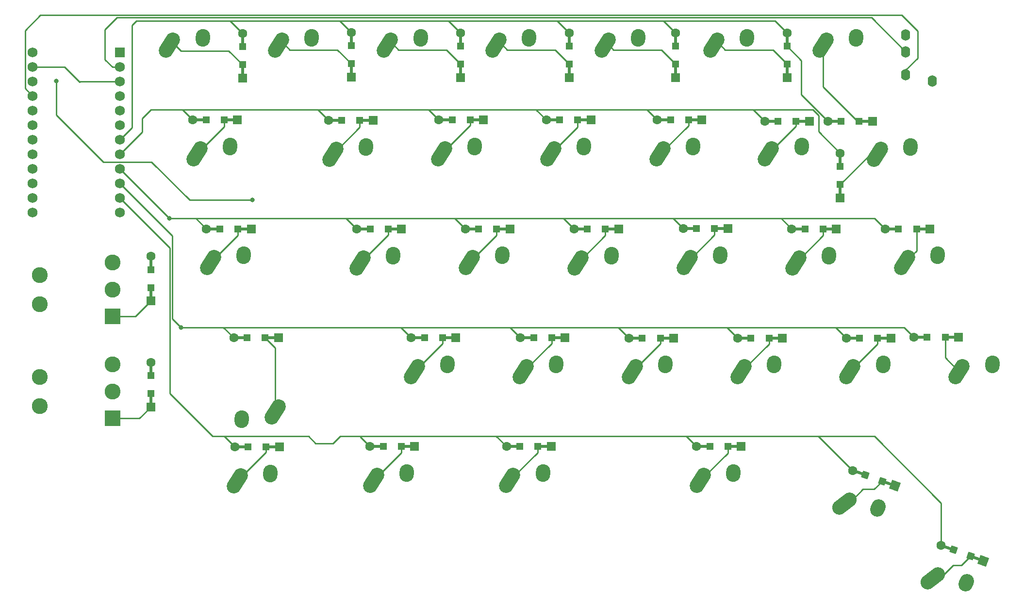
<source format=gtl>
G04 #@! TF.GenerationSoftware,KiCad,Pcbnew,(6.0.10-0)*
G04 #@! TF.CreationDate,2022-12-24T00:39:50-08:00*
G04 #@! TF.ProjectId,left,6c656674-2e6b-4696-9361-645f70636258,rev?*
G04 #@! TF.SameCoordinates,Original*
G04 #@! TF.FileFunction,Copper,L1,Top*
G04 #@! TF.FilePolarity,Positive*
%FSLAX46Y46*%
G04 Gerber Fmt 4.6, Leading zero omitted, Abs format (unit mm)*
G04 Created by KiCad (PCBNEW (6.0.10-0)) date 2022-12-24 00:39:50*
%MOMM*%
%LPD*%
G01*
G04 APERTURE LIST*
G04 Aperture macros list*
%AMHorizOval*
0 Thick line with rounded ends*
0 $1 width*
0 $2 $3 position (X,Y) of the first rounded end (center of the circle)*
0 $4 $5 position (X,Y) of the second rounded end (center of the circle)*
0 Add line between two ends*
20,1,$1,$2,$3,$4,$5,0*
0 Add two circle primitives to create the rounded ends*
1,1,$1,$2,$3*
1,1,$1,$4,$5*%
%AMRotRect*
0 Rectangle, with rotation*
0 The origin of the aperture is its center*
0 $1 length*
0 $2 width*
0 $3 Rotation angle, in degrees counterclockwise*
0 Add horizontal line*
21,1,$1,$2,0,0,$3*%
G04 Aperture macros list end*
G04 #@! TA.AperFunction,ComponentPad*
%ADD10R,1.752600X1.752600*%
G04 #@! TD*
G04 #@! TA.AperFunction,ComponentPad*
%ADD11C,1.752600*%
G04 #@! TD*
G04 #@! TA.AperFunction,ComponentPad*
%ADD12R,1.600000X1.600000*%
G04 #@! TD*
G04 #@! TA.AperFunction,SMDPad,CuDef*
%ADD13R,0.500000X2.500000*%
G04 #@! TD*
G04 #@! TA.AperFunction,SMDPad,CuDef*
%ADD14R,1.200000X1.200000*%
G04 #@! TD*
G04 #@! TA.AperFunction,ComponentPad*
%ADD15C,1.600000*%
G04 #@! TD*
G04 #@! TA.AperFunction,SMDPad,CuDef*
%ADD16R,2.500000X0.500000*%
G04 #@! TD*
G04 #@! TA.AperFunction,SMDPad,CuDef*
%ADD17RotRect,2.500000X0.500000X160.000000*%
G04 #@! TD*
G04 #@! TA.AperFunction,SMDPad,CuDef*
%ADD18RotRect,1.200000X1.200000X160.000000*%
G04 #@! TD*
G04 #@! TA.AperFunction,ComponentPad*
%ADD19RotRect,1.600000X1.600000X160.000000*%
G04 #@! TD*
G04 #@! TA.AperFunction,ComponentPad*
%ADD20HorizOval,2.500000X-0.604462X-0.948815X0.604462X0.948815X0*%
G04 #@! TD*
G04 #@! TA.AperFunction,ComponentPad*
%ADD21HorizOval,2.500000X-0.019724X-0.289328X0.019724X0.289328X0*%
G04 #@! TD*
G04 #@! TA.AperFunction,ComponentPad*
%ADD22HorizOval,2.500000X0.604462X0.948815X-0.604462X-0.948815X0*%
G04 #@! TD*
G04 #@! TA.AperFunction,ComponentPad*
%ADD23HorizOval,2.500000X0.019724X0.289328X-0.019724X-0.289328X0*%
G04 #@! TD*
G04 #@! TA.AperFunction,ComponentPad*
%ADD24HorizOval,2.500000X-0.892523X-0.684857X0.892523X0.684857X0*%
G04 #@! TD*
G04 #@! TA.AperFunction,ComponentPad*
%ADD25HorizOval,2.500000X-0.117491X-0.265134X0.117491X0.265134X0*%
G04 #@! TD*
G04 #@! TA.AperFunction,ComponentPad*
%ADD26R,2.775000X2.775000*%
G04 #@! TD*
G04 #@! TA.AperFunction,ComponentPad*
%ADD27C,2.775000*%
G04 #@! TD*
G04 #@! TA.AperFunction,ComponentPad*
%ADD28O,1.600000X2.000000*%
G04 #@! TD*
G04 #@! TA.AperFunction,ViaPad*
%ADD29C,0.800000*%
G04 #@! TD*
G04 #@! TA.AperFunction,Conductor*
%ADD30C,0.250000*%
G04 #@! TD*
G04 APERTURE END LIST*
D10*
X54620000Y-37016750D03*
D11*
X54620000Y-39556750D03*
X54620000Y-42096750D03*
X54620000Y-44636750D03*
X54620000Y-47176750D03*
X54620000Y-49716750D03*
X54620000Y-52256750D03*
X54620000Y-54796750D03*
X54620000Y-57336750D03*
X54620000Y-59876750D03*
X54620000Y-62416750D03*
X54620000Y-64956750D03*
X39380000Y-64956750D03*
X39380000Y-62416750D03*
X39380000Y-59876750D03*
X39380000Y-57336750D03*
X39380000Y-54796750D03*
X39380000Y-52256750D03*
X39380000Y-49716750D03*
X39380000Y-47176750D03*
X39380000Y-44636750D03*
X39380000Y-42096750D03*
X39380000Y-39556750D03*
X39380000Y-37016750D03*
D12*
X76000000Y-41475000D03*
D13*
X76000000Y-40275000D03*
D14*
X76000000Y-39150000D03*
D13*
X76000000Y-34875000D03*
D15*
X76000000Y-33675000D03*
D14*
X76000000Y-36000000D03*
X95000000Y-39000000D03*
D13*
X95000000Y-40125000D03*
D12*
X95000000Y-41325000D03*
D15*
X95000000Y-33525000D03*
D13*
X95000000Y-34725000D03*
D14*
X95000000Y-35850000D03*
D13*
X114000000Y-40200000D03*
D14*
X114000000Y-39075000D03*
D12*
X114000000Y-41400000D03*
D15*
X114000000Y-33600000D03*
D14*
X114000000Y-35925000D03*
D13*
X114000000Y-34800000D03*
D14*
X72775000Y-48800000D03*
D16*
X73900000Y-48800000D03*
D12*
X75100000Y-48800000D03*
D14*
X69625000Y-48800000D03*
D15*
X67300000Y-48800000D03*
D16*
X68500000Y-48800000D03*
D14*
X75175000Y-67800000D03*
D12*
X77500000Y-67800000D03*
D16*
X76300000Y-67800000D03*
X70900000Y-67800000D03*
D15*
X69700000Y-67800000D03*
D14*
X72025000Y-67800000D03*
D12*
X82250000Y-86825000D03*
D16*
X81050000Y-86825000D03*
D14*
X79925000Y-86825000D03*
D15*
X74450000Y-86825000D03*
D14*
X76775000Y-86825000D03*
D16*
X75650000Y-86825000D03*
D12*
X82425000Y-105850000D03*
D16*
X81225000Y-105850000D03*
D14*
X80100000Y-105850000D03*
X76950000Y-105850000D03*
D15*
X74625000Y-105850000D03*
D16*
X75825000Y-105850000D03*
D12*
X103725000Y-67850000D03*
D14*
X101400000Y-67850000D03*
D16*
X102525000Y-67850000D03*
X97125000Y-67850000D03*
D14*
X98250000Y-67850000D03*
D15*
X95925000Y-67850000D03*
D16*
X104825000Y-105775000D03*
D12*
X106025000Y-105775000D03*
D14*
X103700000Y-105775000D03*
X100550000Y-105775000D03*
D15*
X98225000Y-105775000D03*
D16*
X99425000Y-105775000D03*
D14*
X115700000Y-48825000D03*
D16*
X116825000Y-48825000D03*
D12*
X118025000Y-48825000D03*
D14*
X112550000Y-48825000D03*
D15*
X110225000Y-48825000D03*
D16*
X111425000Y-48825000D03*
D14*
X120325000Y-67800000D03*
D12*
X122650000Y-67800000D03*
D16*
X121450000Y-67800000D03*
D14*
X117175000Y-67800000D03*
D15*
X114850000Y-67800000D03*
D16*
X116050000Y-67800000D03*
X131050000Y-86825000D03*
D12*
X132250000Y-86825000D03*
D14*
X129925000Y-86825000D03*
D16*
X125650000Y-86825000D03*
D15*
X124450000Y-86825000D03*
D14*
X126775000Y-86825000D03*
X127525000Y-105800000D03*
D12*
X129850000Y-105800000D03*
D16*
X128650000Y-105800000D03*
D15*
X122050000Y-105800000D03*
D14*
X124375000Y-105800000D03*
D16*
X123250000Y-105800000D03*
D13*
X133000000Y-40200000D03*
D12*
X133000000Y-41400000D03*
D14*
X133000000Y-39075000D03*
D15*
X133000000Y-33600000D03*
D14*
X133000000Y-35925000D03*
D13*
X133000000Y-34800000D03*
D14*
X134450000Y-48800000D03*
D16*
X135575000Y-48800000D03*
D12*
X136775000Y-48800000D03*
D16*
X130175000Y-48800000D03*
D15*
X128975000Y-48800000D03*
D14*
X131300000Y-48800000D03*
X139300000Y-67825000D03*
D16*
X140425000Y-67825000D03*
D12*
X141625000Y-67825000D03*
D16*
X135025000Y-67825000D03*
D14*
X136150000Y-67825000D03*
D15*
X133825000Y-67825000D03*
D14*
X148875000Y-86850000D03*
D12*
X151200000Y-86850000D03*
D16*
X150000000Y-86850000D03*
X144600000Y-86850000D03*
D15*
X143400000Y-86850000D03*
D14*
X145725000Y-86850000D03*
D12*
X163000000Y-105800000D03*
D16*
X161800000Y-105800000D03*
D14*
X160675000Y-105800000D03*
X157525000Y-105800000D03*
D15*
X155200000Y-105800000D03*
D16*
X156400000Y-105800000D03*
D12*
X151500000Y-41400000D03*
D13*
X151500000Y-40200000D03*
D14*
X151500000Y-39075000D03*
D13*
X151500000Y-34800000D03*
D14*
X151500000Y-35925000D03*
D15*
X151500000Y-33600000D03*
D12*
X156125000Y-48825000D03*
D16*
X154925000Y-48825000D03*
D14*
X153800000Y-48825000D03*
D16*
X149525000Y-48825000D03*
D14*
X150650000Y-48825000D03*
D15*
X148325000Y-48825000D03*
D12*
X160675000Y-67775000D03*
D16*
X159475000Y-67775000D03*
D14*
X158350000Y-67775000D03*
D15*
X152875000Y-67775000D03*
D14*
X155200000Y-67775000D03*
D16*
X154075000Y-67775000D03*
D14*
X167850000Y-86850000D03*
D16*
X168975000Y-86850000D03*
D12*
X170175000Y-86850000D03*
D15*
X162375000Y-86850000D03*
D14*
X164700000Y-86850000D03*
D16*
X163575000Y-86850000D03*
D14*
X171000000Y-39075000D03*
D13*
X171000000Y-40200000D03*
D12*
X171000000Y-41400000D03*
D15*
X171000000Y-33600000D03*
D14*
X171000000Y-35925000D03*
D13*
X171000000Y-34800000D03*
D14*
X172575000Y-49000000D03*
D12*
X174900000Y-49000000D03*
D16*
X173700000Y-49000000D03*
X168300000Y-49000000D03*
D15*
X167100000Y-49000000D03*
D14*
X169425000Y-49000000D03*
D16*
X178400000Y-67825000D03*
D14*
X177275000Y-67825000D03*
D12*
X179600000Y-67825000D03*
D16*
X173000000Y-67825000D03*
D15*
X171800000Y-67825000D03*
D14*
X174125000Y-67825000D03*
D16*
X187925000Y-86850000D03*
D14*
X186800000Y-86850000D03*
D12*
X189125000Y-86850000D03*
D14*
X183650000Y-86850000D03*
D15*
X181325000Y-86850000D03*
D16*
X182525000Y-86850000D03*
D17*
X204087170Y-125298454D03*
D18*
X203030016Y-124913682D03*
D19*
X205214801Y-125708879D03*
D18*
X200069984Y-123836318D03*
D15*
X197885199Y-123041121D03*
D17*
X199012830Y-123451546D03*
D16*
X184700000Y-49000000D03*
D12*
X185900000Y-49000000D03*
D14*
X183575000Y-49000000D03*
D15*
X178100000Y-49000000D03*
D14*
X180425000Y-49000000D03*
D16*
X179300000Y-49000000D03*
D14*
X180280000Y-60075000D03*
D13*
X180280000Y-61200000D03*
D12*
X180280000Y-62400000D03*
D14*
X180280000Y-56925000D03*
D13*
X180280000Y-55800000D03*
D15*
X180280000Y-54600000D03*
D14*
X193575000Y-67825000D03*
D12*
X195900000Y-67825000D03*
D16*
X194700000Y-67825000D03*
X189300000Y-67825000D03*
D15*
X188100000Y-67825000D03*
D14*
X190425000Y-67825000D03*
D20*
X63270000Y-35730000D03*
D21*
X69045000Y-34460000D03*
D20*
X82245000Y-35730000D03*
D21*
X88020000Y-34460000D03*
D20*
X101270000Y-35705000D03*
D21*
X107045000Y-34435000D03*
D20*
X68020000Y-54705000D03*
D21*
X73795000Y-53435000D03*
D20*
X70395000Y-73705000D03*
D21*
X76170000Y-72435000D03*
D22*
X81655000Y-99745000D03*
D23*
X75880000Y-101015000D03*
D20*
X75095000Y-111755000D03*
D21*
X80870000Y-110485000D03*
D20*
X91745000Y-54755000D03*
D21*
X97520000Y-53485000D03*
D20*
X96495000Y-73755000D03*
D21*
X102270000Y-72485000D03*
D20*
X105945000Y-92730000D03*
D21*
X111720000Y-91460000D03*
D20*
X98870000Y-111705000D03*
D21*
X104645000Y-110435000D03*
D20*
X110745000Y-54705000D03*
D21*
X116520000Y-53435000D03*
D20*
X115520000Y-73705000D03*
D21*
X121295000Y-72435000D03*
D20*
X124970000Y-92730000D03*
D21*
X130745000Y-91460000D03*
D20*
X122620000Y-111730000D03*
D21*
X128395000Y-110460000D03*
D20*
X120220000Y-35705000D03*
D21*
X125995000Y-34435000D03*
D20*
X129745000Y-54730000D03*
D21*
X135520000Y-53460000D03*
D20*
X134545000Y-73730000D03*
D21*
X140320000Y-72460000D03*
D20*
X143970000Y-92755000D03*
D21*
X149745000Y-91485000D03*
D20*
X155870000Y-111730000D03*
D21*
X161645000Y-110460000D03*
D20*
X139245000Y-35730000D03*
D21*
X145020000Y-34460000D03*
D20*
X148845000Y-54730000D03*
D21*
X154620000Y-53460000D03*
D20*
X153545000Y-73680000D03*
D21*
X159320000Y-72410000D03*
D20*
X162970000Y-92755000D03*
D21*
X168745000Y-91485000D03*
D20*
X158220000Y-35705000D03*
D21*
X163995000Y-34435000D03*
D20*
X167745000Y-54730000D03*
D21*
X173520000Y-53460000D03*
D20*
X172495000Y-73730000D03*
D21*
X178270000Y-72460000D03*
D20*
X181970000Y-92755000D03*
D21*
X187745000Y-91485000D03*
D20*
X177245000Y-35730000D03*
D21*
X183020000Y-34460000D03*
D20*
X186745000Y-54780000D03*
D21*
X192520000Y-53510000D03*
D20*
X191495000Y-73705000D03*
D21*
X197270000Y-72435000D03*
D20*
X201020000Y-92705000D03*
D21*
X206795000Y-91435000D03*
D24*
X180970211Y-115729006D03*
D25*
X186831302Y-116510763D03*
D24*
X196420211Y-128804006D03*
D25*
X202281302Y-129585763D03*
D14*
X110900000Y-86825000D03*
D16*
X112025000Y-86825000D03*
D12*
X113225000Y-86825000D03*
D14*
X107750000Y-86825000D03*
D16*
X106625000Y-86825000D03*
D15*
X105425000Y-86825000D03*
D14*
X96450000Y-48850000D03*
D12*
X98775000Y-48850000D03*
D16*
X97575000Y-48850000D03*
X92175000Y-48850000D03*
D14*
X93300000Y-48850000D03*
D15*
X90975000Y-48850000D03*
D16*
X199700000Y-86725000D03*
D12*
X200900000Y-86725000D03*
D14*
X198575000Y-86725000D03*
X195425000Y-86725000D03*
D16*
X194300000Y-86725000D03*
D15*
X193100000Y-86725000D03*
D18*
X187580016Y-111838682D03*
D17*
X188637170Y-112223454D03*
D19*
X189764801Y-112633879D03*
D15*
X182435199Y-109966121D03*
D18*
X184619984Y-110761318D03*
D17*
X183562830Y-110376546D03*
D13*
X60000000Y-79200000D03*
D14*
X60000000Y-78075000D03*
D12*
X60000000Y-80400000D03*
D13*
X60000000Y-73800000D03*
D14*
X60000000Y-74925000D03*
D15*
X60000000Y-72600000D03*
D26*
X53340000Y-83102500D03*
D27*
X53340000Y-78402500D03*
X53340000Y-73702500D03*
X40640000Y-80942500D03*
X40640000Y-75862500D03*
D14*
X60000000Y-96575000D03*
D13*
X60000000Y-97700000D03*
D12*
X60000000Y-98900000D03*
D15*
X60000000Y-91100000D03*
D13*
X60000000Y-92300000D03*
D14*
X60000000Y-93425000D03*
D26*
X53286250Y-100882500D03*
D27*
X53286250Y-96182500D03*
X53286250Y-91482500D03*
X40586250Y-98722500D03*
X40586250Y-93642500D03*
D28*
X196300000Y-42027500D03*
X191700000Y-40927500D03*
X191700000Y-36927500D03*
X191700000Y-33927500D03*
D29*
X63250000Y-66000000D03*
X65250000Y-85000000D03*
X77750000Y-62750000D03*
X43500000Y-42000000D03*
D30*
X44916750Y-39556750D02*
X47560000Y-42200000D01*
X47663250Y-42096750D02*
X54620000Y-42096750D01*
X39380000Y-39556750D02*
X44916750Y-39556750D01*
X39380000Y-44636750D02*
X38060000Y-43316750D01*
X38060000Y-43316750D02*
X38060000Y-33190000D01*
X193750000Y-33250000D02*
X193750000Y-38027500D01*
X40750000Y-30500000D02*
X191000000Y-30500000D01*
X193750000Y-38027500D02*
X191700000Y-40077500D01*
X191700000Y-40077500D02*
X191700000Y-40927500D01*
X191000000Y-30500000D02*
X193750000Y-33250000D01*
X38060000Y-33190000D02*
X40750000Y-30500000D01*
X47560000Y-42200000D02*
X47663250Y-42096750D01*
X173500000Y-44400000D02*
X173500000Y-38425000D01*
X130000000Y-31500000D02*
X148750000Y-31500000D01*
X73825000Y-31500000D02*
X92500000Y-31500000D01*
X168900000Y-31500000D02*
X171000000Y-33600000D01*
X149400000Y-31500000D02*
X148750000Y-31500000D01*
X178100000Y-49000000D02*
X173500000Y-44400000D01*
X76000000Y-33675000D02*
X73825000Y-31500000D01*
X133000000Y-33600000D02*
X130900000Y-31500000D01*
X148750000Y-31500000D02*
X168900000Y-31500000D01*
X56750000Y-50126750D02*
X56750000Y-32250000D01*
X92975000Y-31500000D02*
X92500000Y-31500000D01*
X73825000Y-31500000D02*
X57500000Y-31500000D01*
X92500000Y-31500000D02*
X111000000Y-31500000D01*
X111900000Y-31500000D02*
X111000000Y-31500000D01*
X114000000Y-33600000D02*
X111900000Y-31500000D01*
X130900000Y-31500000D02*
X130000000Y-31500000D01*
X95000000Y-33525000D02*
X92975000Y-31500000D01*
X111000000Y-31500000D02*
X130000000Y-31500000D01*
X54620000Y-52256750D02*
X56750000Y-50126750D01*
X57500000Y-31500000D02*
X56750000Y-32250000D01*
X173500000Y-38425000D02*
X171000000Y-35925000D01*
X151500000Y-33600000D02*
X149400000Y-31500000D01*
X64230000Y-35730000D02*
X65250000Y-36750000D01*
X65250000Y-36750000D02*
X73600000Y-36750000D01*
X63270000Y-35730000D02*
X64230000Y-35730000D01*
X73600000Y-36750000D02*
X76000000Y-39150000D01*
X92550000Y-36550000D02*
X94950000Y-38950000D01*
X83180000Y-35530000D02*
X84200000Y-36550000D01*
X84200000Y-36550000D02*
X92550000Y-36550000D01*
X102180000Y-35530000D02*
X103200000Y-36550000D01*
X103200000Y-36550000D02*
X111550000Y-36550000D01*
X111550000Y-36550000D02*
X113950000Y-38950000D01*
X176500000Y-48036396D02*
X176500000Y-50820000D01*
X110225000Y-48825000D02*
X108400000Y-47000000D01*
X148325000Y-48825000D02*
X146500000Y-47000000D01*
X67300000Y-48800000D02*
X65500000Y-47000000D01*
X89125000Y-47000000D02*
X88500000Y-47000000D01*
X165100000Y-47000000D02*
X167100000Y-49000000D01*
X90975000Y-48850000D02*
X89125000Y-47000000D01*
X58500000Y-50916750D02*
X58500000Y-48500000D01*
X108250000Y-47000000D02*
X127250000Y-47000000D01*
X60000000Y-47000000D02*
X58500000Y-48500000D01*
X65500000Y-47000000D02*
X88500000Y-47000000D01*
X65500000Y-47000000D02*
X60000000Y-47000000D01*
X128975000Y-48800000D02*
X127250000Y-47075000D01*
X127250000Y-47075000D02*
X127250000Y-47000000D01*
X175463604Y-47000000D02*
X176500000Y-48036396D01*
X127250000Y-47000000D02*
X146500000Y-47000000D01*
X88500000Y-47000000D02*
X108250000Y-47000000D01*
X108400000Y-47000000D02*
X108250000Y-47000000D01*
X146500000Y-47000000D02*
X165100000Y-47000000D01*
X54620000Y-54796750D02*
X58500000Y-50916750D01*
X176500000Y-50820000D02*
X180280000Y-54600000D01*
X165100000Y-47000000D02*
X175463604Y-47000000D01*
X72775000Y-49950000D02*
X68020000Y-54705000D01*
X72775000Y-48800000D02*
X72775000Y-49950000D01*
X67900000Y-66000000D02*
X83750000Y-66000000D01*
X95925000Y-67850000D02*
X94075000Y-66000000D01*
X186275000Y-66000000D02*
X188100000Y-67825000D01*
X169975000Y-66000000D02*
X169500000Y-66000000D01*
X152875000Y-67775000D02*
X151100000Y-66000000D01*
X169500000Y-66000000D02*
X186275000Y-66000000D01*
X112000000Y-66000000D02*
X131750000Y-66000000D01*
X93750000Y-66000000D02*
X112000000Y-66000000D01*
X151000000Y-66000000D02*
X169500000Y-66000000D01*
X63250000Y-65966750D02*
X63250000Y-66000000D01*
X54620000Y-57336750D02*
X63250000Y-65966750D01*
X151100000Y-66000000D02*
X151000000Y-66000000D01*
X114850000Y-67800000D02*
X113050000Y-66000000D01*
X133825000Y-67825000D02*
X132000000Y-66000000D01*
X131750000Y-66000000D02*
X151000000Y-66000000D01*
X132000000Y-66000000D02*
X131750000Y-66000000D01*
X83750000Y-66000000D02*
X93750000Y-66000000D01*
X67900000Y-66000000D02*
X63250000Y-66000000D01*
X171800000Y-67825000D02*
X169975000Y-66000000D01*
X69700000Y-67800000D02*
X67900000Y-66000000D01*
X94075000Y-66000000D02*
X93750000Y-66000000D01*
X113050000Y-66000000D02*
X112000000Y-66000000D01*
X75175000Y-67800000D02*
X75175000Y-68925000D01*
X75175000Y-68925000D02*
X70395000Y-73705000D01*
X179475000Y-85000000D02*
X179250000Y-85000000D01*
X72625000Y-85000000D02*
X95250000Y-85000000D01*
X105425000Y-86825000D02*
X103600000Y-85000000D01*
X181325000Y-86850000D02*
X179475000Y-85000000D01*
X74450000Y-86825000D02*
X72625000Y-85000000D01*
X103250000Y-85000000D02*
X122000000Y-85000000D01*
X103600000Y-85000000D02*
X103250000Y-85000000D01*
X72625000Y-85000000D02*
X65250000Y-85000000D01*
X191375000Y-85000000D02*
X193100000Y-86725000D01*
X63750000Y-69000000D02*
X63750000Y-83500000D01*
X95250000Y-85000000D02*
X103250000Y-85000000D01*
X162375000Y-86850000D02*
X160525000Y-85000000D01*
X141500000Y-85000000D02*
X160500000Y-85000000D01*
X141550000Y-85000000D02*
X141500000Y-85000000D01*
X160500000Y-85000000D02*
X179250000Y-85000000D01*
X160525000Y-85000000D02*
X160500000Y-85000000D01*
X124450000Y-86825000D02*
X122625000Y-85000000D01*
X122625000Y-85000000D02*
X122000000Y-85000000D01*
X63743250Y-69000000D02*
X63750000Y-69000000D01*
X54620000Y-59876750D02*
X63743250Y-69000000D01*
X179250000Y-85000000D02*
X191375000Y-85000000D01*
X143400000Y-86850000D02*
X141550000Y-85000000D01*
X122000000Y-85000000D02*
X141500000Y-85000000D01*
X63750000Y-83500000D02*
X65250000Y-85000000D01*
X81655000Y-88555000D02*
X81655000Y-99745000D01*
X79925000Y-86825000D02*
X81655000Y-88555000D01*
X96500000Y-104000000D02*
X120000000Y-104000000D01*
X87500000Y-104000000D02*
X88750000Y-105250000D01*
X91750000Y-105250000D02*
X93000000Y-104000000D01*
X98225000Y-105775000D02*
X96500000Y-104050000D01*
X122050000Y-105800000D02*
X120250000Y-104000000D01*
X197885199Y-123041121D02*
X197885199Y-115635199D01*
X153400000Y-104000000D02*
X155200000Y-105800000D01*
X70750000Y-104000000D02*
X72775000Y-104000000D01*
X63300000Y-96550000D02*
X70750000Y-104000000D01*
X63300000Y-71096750D02*
X63300000Y-96550000D01*
X176250000Y-104000000D02*
X176469078Y-104000000D01*
X74625000Y-105850000D02*
X72775000Y-104000000D01*
X153400000Y-104000000D02*
X176250000Y-104000000D01*
X197885199Y-115635199D02*
X186250000Y-104000000D01*
X88750000Y-105250000D02*
X91750000Y-105250000D01*
X93000000Y-104000000D02*
X96500000Y-104000000D01*
X96500000Y-104050000D02*
X96500000Y-104000000D01*
X120000000Y-104000000D02*
X153400000Y-104000000D01*
X186250000Y-104000000D02*
X176250000Y-104000000D01*
X120250000Y-104000000D02*
X120000000Y-104000000D01*
X54620000Y-62416750D02*
X63300000Y-71096750D01*
X176469078Y-104000000D02*
X182435199Y-109966121D01*
X72775000Y-104000000D02*
X87500000Y-104000000D01*
X80100000Y-106750000D02*
X75095000Y-111755000D01*
X80100000Y-105850000D02*
X80100000Y-106750000D01*
X96450000Y-50050000D02*
X91745000Y-54755000D01*
X96450000Y-48850000D02*
X96450000Y-50050000D01*
X101400000Y-68850000D02*
X96495000Y-73755000D01*
X101400000Y-67850000D02*
X101400000Y-68850000D01*
X110900000Y-87775000D02*
X105945000Y-92730000D01*
X110900000Y-86825000D02*
X110900000Y-87775000D01*
X103700000Y-106875000D02*
X98870000Y-111705000D01*
X103700000Y-105775000D02*
X103700000Y-106875000D01*
X115700000Y-48825000D02*
X115700000Y-49750000D01*
X115700000Y-49750000D02*
X110745000Y-54705000D01*
X120325000Y-68900000D02*
X115520000Y-73705000D01*
X120325000Y-67800000D02*
X120325000Y-68900000D01*
X129925000Y-87775000D02*
X124970000Y-92730000D01*
X129925000Y-86825000D02*
X129925000Y-87775000D01*
X127525000Y-106825000D02*
X122620000Y-111730000D01*
X127525000Y-105800000D02*
X127525000Y-106825000D01*
X122200000Y-36550000D02*
X130550000Y-36550000D01*
X121180000Y-35530000D02*
X122200000Y-36550000D01*
X130550000Y-36550000D02*
X132950000Y-38950000D01*
X134450000Y-48800000D02*
X134450000Y-50025000D01*
X134450000Y-50025000D02*
X129745000Y-54730000D01*
X139300000Y-67825000D02*
X139300000Y-68975000D01*
X139300000Y-68975000D02*
X134545000Y-73730000D01*
X148875000Y-86850000D02*
X148875000Y-87850000D01*
X148875000Y-87850000D02*
X143970000Y-92755000D01*
X160675000Y-105800000D02*
X160675000Y-106925000D01*
X160675000Y-106925000D02*
X155870000Y-111730000D01*
X139680000Y-35530000D02*
X140700000Y-36550000D01*
X149050000Y-36550000D02*
X151450000Y-38950000D01*
X140700000Y-36550000D02*
X149050000Y-36550000D01*
X153800000Y-48825000D02*
X153800000Y-49775000D01*
X153800000Y-49775000D02*
X148845000Y-54730000D01*
X158350000Y-68875000D02*
X153545000Y-73680000D01*
X158350000Y-67775000D02*
X158350000Y-68875000D01*
X167850000Y-87875000D02*
X162970000Y-92755000D01*
X167850000Y-86850000D02*
X167850000Y-87875000D01*
X187580016Y-111838682D02*
X186168698Y-113250000D01*
X181770994Y-115729006D02*
X180970211Y-115729006D01*
X184250000Y-113250000D02*
X181770994Y-115729006D01*
X186168698Y-113250000D02*
X184250000Y-113250000D01*
X160200000Y-36550000D02*
X168550000Y-36550000D01*
X159180000Y-35530000D02*
X160200000Y-36550000D01*
X168550000Y-36550000D02*
X170950000Y-38950000D01*
X172575000Y-49900000D02*
X167745000Y-54730000D01*
X172575000Y-49000000D02*
X172575000Y-49900000D01*
X177275000Y-67825000D02*
X177275000Y-68950000D01*
X177275000Y-68950000D02*
X172495000Y-73730000D01*
X186800000Y-86850000D02*
X186800000Y-87925000D01*
X186800000Y-87925000D02*
X181970000Y-92755000D01*
X200000000Y-126500000D02*
X197695994Y-128804006D01*
X203030016Y-124913682D02*
X201443698Y-126500000D01*
X201443698Y-126500000D02*
X200000000Y-126500000D01*
X197695994Y-128804006D02*
X196420211Y-128804006D01*
X177245000Y-42995000D02*
X183250000Y-49000000D01*
X177245000Y-35730000D02*
X177245000Y-42995000D01*
X183250000Y-49000000D02*
X183575000Y-49000000D01*
X185575000Y-54780000D02*
X186745000Y-54780000D01*
X180280000Y-60075000D02*
X185575000Y-54780000D01*
X193575000Y-71625000D02*
X191495000Y-73705000D01*
X193575000Y-67825000D02*
X193575000Y-71625000D01*
X198575000Y-90260000D02*
X201020000Y-92705000D01*
X198575000Y-86725000D02*
X198575000Y-90260000D01*
X54050000Y-30950000D02*
X185722500Y-30950000D01*
X52000000Y-33000000D02*
X54050000Y-30950000D01*
X53306750Y-39556750D02*
X52000000Y-38250000D01*
X185722500Y-30950000D02*
X191700000Y-36927500D01*
X52000000Y-38250000D02*
X52000000Y-33000000D01*
X54620000Y-39556750D02*
X53306750Y-39556750D01*
X77750000Y-62750000D02*
X66750000Y-62750000D01*
X43500000Y-42000000D02*
X43500000Y-47915645D01*
X60135450Y-56135450D02*
X66750000Y-62750000D01*
X43500000Y-47915645D02*
X51719805Y-56135450D01*
X51719805Y-56135450D02*
X60135450Y-56135450D01*
X53340000Y-83102500D02*
X57297500Y-83102500D01*
X57297500Y-83102500D02*
X60000000Y-80400000D01*
X53286250Y-100882500D02*
X58017500Y-100882500D01*
X58017500Y-100882500D02*
X60000000Y-98900000D01*
M02*

</source>
